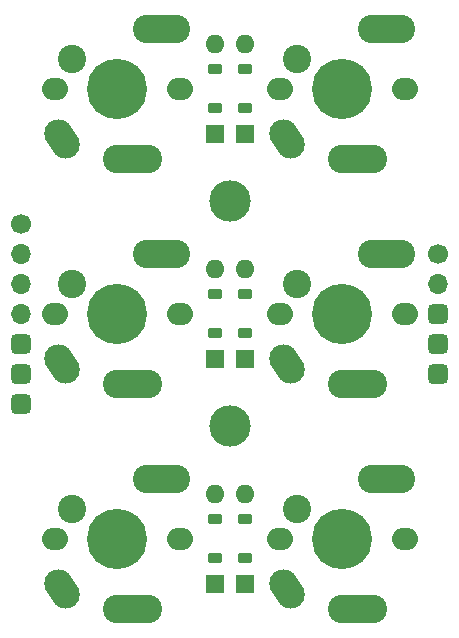
<source format=gbs>
G04 #@! TF.GenerationSoftware,KiCad,Pcbnew,7.0.5*
G04 #@! TF.CreationDate,2023-08-14T09:42:23+08:00*
G04 #@! TF.ProjectId,RA,52412e6b-6963-4616-945f-706362585858,rev?*
G04 #@! TF.SameCoordinates,Original*
G04 #@! TF.FileFunction,Soldermask,Bot*
G04 #@! TF.FilePolarity,Negative*
%FSLAX46Y46*%
G04 Gerber Fmt 4.6, Leading zero omitted, Abs format (unit mm)*
G04 Created by KiCad (PCBNEW 7.0.5) date 2023-08-14 09:42:23*
%MOMM*%
%LPD*%
G01*
G04 APERTURE LIST*
G04 Aperture macros list*
%AMRoundRect*
0 Rectangle with rounded corners*
0 $1 Rounding radius*
0 $2 $3 $4 $5 $6 $7 $8 $9 X,Y pos of 4 corners*
0 Add a 4 corners polygon primitive as box body*
4,1,4,$2,$3,$4,$5,$6,$7,$8,$9,$2,$3,0*
0 Add four circle primitives for the rounded corners*
1,1,$1+$1,$2,$3*
1,1,$1+$1,$4,$5*
1,1,$1+$1,$6,$7*
1,1,$1+$1,$8,$9*
0 Add four rect primitives between the rounded corners*
20,1,$1+$1,$2,$3,$4,$5,0*
20,1,$1+$1,$4,$5,$6,$7,0*
20,1,$1+$1,$6,$7,$8,$9,0*
20,1,$1+$1,$8,$9,$2,$3,0*%
%AMHorizOval*
0 Thick line with rounded ends*
0 $1 width*
0 $2 $3 position (X,Y) of the first rounded end (center of the circle)*
0 $4 $5 position (X,Y) of the second rounded end (center of the circle)*
0 Add line between two ends*
20,1,$1,$2,$3,$4,$5,0*
0 Add two circle primitives to create the rounded ends*
1,1,$1,$2,$3*
1,1,$1,$4,$5*%
%AMOutline4P*
0 Free polygon, 4 corners , with rotation*
0 The origin of the aperture is its center*
0 number of corners: always 4*
0 $1 to $8 corner X, Y*
0 $9 Rotation angle, in degrees counterclockwise*
0 create outline with 4 corners*
4,1,4,$1,$2,$3,$4,$5,$6,$7,$8,$1,$2,$9*%
G04 Aperture macros list end*
%ADD10O,2.200000X1.900000*%
%ADD11C,5.100000*%
%ADD12HorizOval,2.400000X-0.305164X0.457575X0.305164X-0.457575X0*%
%ADD13C,2.400000*%
%ADD14Outline4P,-1.150000X-1.200000X1.150000X-1.200000X1.150000X1.200000X-1.150000X1.200000X0.000000*%
%ADD15Outline4P,-1.200000X-1.200000X1.200000X-1.200000X1.200000X1.200000X-1.200000X1.200000X0.000000*%
%ADD16C,3.500000*%
%ADD17C,1.700000*%
%ADD18O,1.700000X1.700000*%
%ADD19RoundRect,0.425000X-0.425000X-0.425000X0.425000X-0.425000X0.425000X0.425000X-0.425000X0.425000X0*%
%ADD20R,1.600000X1.600000*%
%ADD21RoundRect,0.225000X0.375000X-0.225000X0.375000X0.225000X-0.375000X0.225000X-0.375000X-0.225000X0*%
%ADD22O,1.600000X1.600000*%
G04 APERTURE END LIST*
D10*
X136810000Y-54430000D03*
D11*
X142110000Y-54430000D03*
D10*
X147410000Y-54430000D03*
D12*
X137410000Y-58680000D03*
D13*
X138300000Y-51890000D03*
X142110000Y-60330000D03*
D14*
X143410000Y-60330000D03*
D13*
X144650000Y-49330000D03*
X144710000Y-60330000D03*
D15*
X145880000Y-49330000D03*
D13*
X147110000Y-49330000D03*
D10*
X117760000Y-54430000D03*
D11*
X123060000Y-54430000D03*
D10*
X128360000Y-54430000D03*
D12*
X118360000Y-58680000D03*
D13*
X119250000Y-51890000D03*
X123060000Y-60330000D03*
D14*
X124360000Y-60330000D03*
D13*
X125600000Y-49330000D03*
X125660000Y-60330000D03*
D15*
X126830000Y-49330000D03*
D13*
X128060000Y-49330000D03*
D16*
X132585000Y-83005000D03*
X132585000Y-63955000D03*
D17*
X114900000Y-65860000D03*
D18*
X114900000Y-68400000D03*
X114900000Y-70940000D03*
X114900000Y-73480000D03*
D19*
X114900000Y-76020000D03*
X114900000Y-78560000D03*
X114900000Y-81100000D03*
D10*
X117760000Y-92530000D03*
D11*
X123060000Y-92530000D03*
D10*
X128360000Y-92530000D03*
D12*
X118360000Y-96780000D03*
D13*
X119250000Y-89990000D03*
X123060000Y-98430000D03*
D14*
X124360000Y-98430000D03*
D13*
X125600000Y-87430000D03*
X125660000Y-98430000D03*
D15*
X126830000Y-87430000D03*
D13*
X128060000Y-87430000D03*
D10*
X136810000Y-73480000D03*
D11*
X142110000Y-73480000D03*
D10*
X147410000Y-73480000D03*
D12*
X137410000Y-77730000D03*
D13*
X138300000Y-70940000D03*
X142110000Y-79380000D03*
D14*
X143410000Y-79380000D03*
D13*
X144650000Y-68380000D03*
X144710000Y-79380000D03*
D15*
X145880000Y-68380000D03*
D13*
X147110000Y-68380000D03*
D10*
X136810000Y-92530000D03*
D11*
X142110000Y-92530000D03*
D10*
X147410000Y-92530000D03*
D12*
X137410000Y-96780000D03*
D13*
X138300000Y-89990000D03*
X142110000Y-98430000D03*
D14*
X143410000Y-98430000D03*
D13*
X144650000Y-87430000D03*
X144710000Y-98430000D03*
D15*
X145880000Y-87430000D03*
D13*
X147110000Y-87430000D03*
D10*
X117760000Y-73480000D03*
D11*
X123060000Y-73480000D03*
D10*
X128360000Y-73480000D03*
D12*
X118360000Y-77730000D03*
D13*
X119250000Y-70940000D03*
X123060000Y-79380000D03*
D14*
X124360000Y-79380000D03*
D13*
X125600000Y-68380000D03*
X125660000Y-79380000D03*
D15*
X126830000Y-68380000D03*
D13*
X128060000Y-68380000D03*
D17*
X150230000Y-68400000D03*
D18*
X150230000Y-70940000D03*
D19*
X150230000Y-73480000D03*
X150230000Y-76020000D03*
X150230000Y-78560000D03*
D20*
X131315000Y-77280000D03*
D21*
X131315000Y-75130000D03*
X131315000Y-71830000D03*
D22*
X131315000Y-69680000D03*
D20*
X133855000Y-96330000D03*
D21*
X133855000Y-94180000D03*
X133855000Y-90880000D03*
D22*
X133855000Y-88730000D03*
D20*
X131315000Y-96330000D03*
D21*
X131315000Y-94180000D03*
X131315000Y-90880000D03*
D22*
X131315000Y-88730000D03*
D20*
X131315000Y-58230000D03*
D21*
X131315000Y-56080000D03*
X131315000Y-52780000D03*
D22*
X131315000Y-50630000D03*
D20*
X133855000Y-77280000D03*
D21*
X133855000Y-75130000D03*
X133855000Y-71830000D03*
D22*
X133855000Y-69680000D03*
D20*
X133855000Y-58230000D03*
D21*
X133855000Y-56080000D03*
X133855000Y-52780000D03*
D22*
X133855000Y-50630000D03*
M02*

</source>
